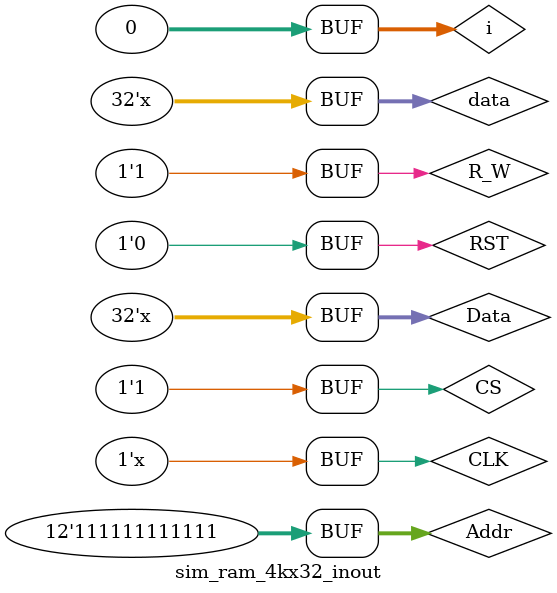
<source format=v>
module sim_ram_4kx32_inout;
    parameter Addr_Width=12;
    parameter Data_Width=32;
    wire [Data_Width-1:0] Data;
    reg [Data_Width-1:0] data;
    reg [Addr_Width-1:0] Addr;
    reg RST,R_W,CLK,CS;
    integer i=0;
    initial begin
        RST=0;R_W=0;CLK=0;CS=1;
        repeat(2**12) #20 begin data=i; Addr=i; i=i+1; end
        i=0; R_W=1;
        repeat(2**12) #20 begin Addr=i; i=i+1; end
        RST=1;
        #5 RST=0;
        repeat(2**12) #20 begin Addr=i; i=i+1; end
    end
    assign Data=(R_W)?32'bz:data;
    always #10 CLK=~CLK;
    
    RAM_4Kx32_inout RAM_4Kx32_inout_r(Data,Addr,RST,R_W,CS,CLK);
    
endmodule

</source>
